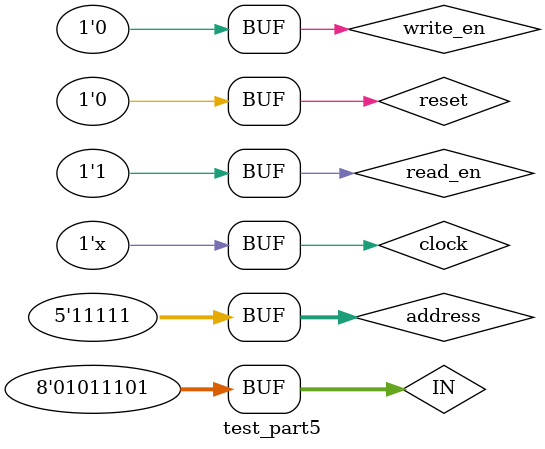
<source format=v>
`timescale 1ns / 1ps


module test_part5();
    reg[7:0]    IN;
    reg[4:0]    address;
    reg         reset, read_en, write_en, clock;
    wire[7:0]   OUT;
    
    part5 uut (.data_in(IN), .address(address), .reset(reset),
        .read_en(read_en), .write_en(write_en), .clock(clock), .data_out(OUT));
        
    initial begin
            clock = 1; reset = 1;
            address = 5'b00000;   read_en = 1'b0; write_en = 1'b1;   IN = 8'hAA; #50;
            address = 5'b00001;   read_en = 1'b0; write_en = 1'b1;   IN = 8'hB3; #50;
            address = 5'b01010;   read_en = 1'b0; write_en = 1'b1;   IN = 8'h1E; #50;
            address = 5'b01011;   read_en = 1'b0; write_en = 1'b1;   IN = 8'h82; #50;
            address = 5'b10100;   read_en = 1'b0; write_en = 1'b1;   IN = 8'hC4; #50;
            address = 5'b10101;   read_en = 1'b0; write_en = 1'b1;   IN = 8'hF3; #50;
            address = 5'b11110;   read_en = 1'b0; write_en = 1'b1;   IN = 8'h68; #50;
            address = 5'b11111;   read_en = 1'b0; write_en = 1'b1;   IN = 8'h44; #50;
            address = 5'b00000;   read_en = 1'b1; write_en = 1'b0;   IN = 8'h2C; #50;
            address = 5'b00001;   read_en = 1'b1; write_en = 1'b0;   IN = 8'hDD; #50;
            address = 5'b01010;   read_en = 1'b1; write_en = 1'b0;   IN = 8'hCC; #50;
            address = 5'b01011;   read_en = 1'b1; write_en = 1'b0;   IN = 8'h95; #50;
            address = 5'b10100;   read_en = 1'b1; write_en = 1'b0;   IN = 8'hD6; #50;
            address = 5'b10101;   read_en = 1'b1; write_en = 1'b0;   IN = 8'h09; #50;
            address = 5'b11110;   read_en = 1'b1; write_en = 1'b0;   IN = 8'hFF; #50;
            address = 5'b11111;   read_en = 1'b1; write_en = 1'b0;   IN = 8'h7C; #50;
            reset = 0;
            address = 5'b00001;   read_en = 1'b1; write_en = 1'b0;   IN = 8'h3F; #50;
            address = 5'b01011;   read_en = 1'b1; write_en = 1'b0;   IN = 8'hC0; #50;
            address = 5'b10101;   read_en = 1'b1; write_en = 1'b0;   IN = 8'h37; #50;
            address = 5'b11111;   read_en = 1'b1; write_en = 1'b0;   IN = 8'h5D; #50;
        end
        
        always begin
            clock = ~clock; #25;
        end
endmodule

</source>
